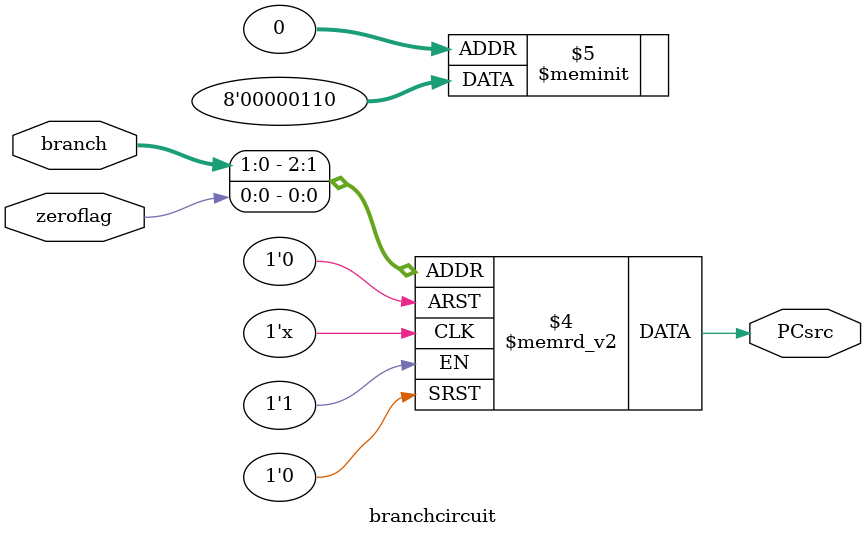
<source format=sv>
module branchcircuit(
	input logic [1:0] branch, //this is the control signal 'branch', based on the operation
	//we choose it determines if we should alter PCsrc so as to branch
	input logic zeroflag, //this is the zeroflag output from the ALU
	output logic PCsrc
	);

	//I have determined and drawn the structural circuit model for this branch operation, but
	//will code its operation behaviourally
	
	always_comb
	case({branch,zeroflag})
		3'b000 :PCsrc = 0;
		3'b001 :PCsrc = 1;
		3'b010 :PCsrc = 1;
		3'b011 :PCsrc = 0;
		3'b100 :PCsrc = 0;
		3'b101 :PCsrc = 0;
		3'b110 :PCsrc = 0;
		3'b111 :PCsrc = 0;
	endcase

endmodule
</source>
